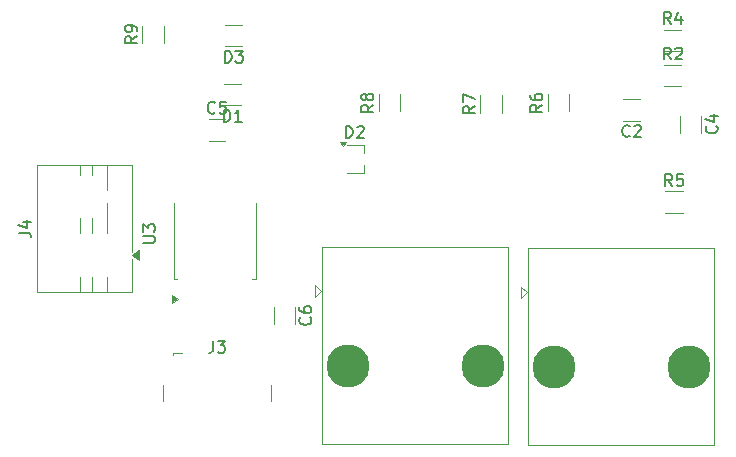
<source format=gbr>
%TF.GenerationSoftware,KiCad,Pcbnew,9.0.4*%
%TF.CreationDate,2025-09-12T08:49:21+02:00*%
%TF.ProjectId,inverter comms,696e7665-7274-4657-9220-636f6d6d732e,rev?*%
%TF.SameCoordinates,Original*%
%TF.FileFunction,Legend,Top*%
%TF.FilePolarity,Positive*%
%FSLAX46Y46*%
G04 Gerber Fmt 4.6, Leading zero omitted, Abs format (unit mm)*
G04 Created by KiCad (PCBNEW 9.0.4) date 2025-09-12 08:49:21*
%MOMM*%
%LPD*%
G01*
G04 APERTURE LIST*
%ADD10C,0.150000*%
%ADD11C,0.120000*%
%ADD12C,3.650000*%
G04 APERTURE END LIST*
D10*
X157533333Y-68024819D02*
X157200000Y-67548628D01*
X156961905Y-68024819D02*
X156961905Y-67024819D01*
X156961905Y-67024819D02*
X157342857Y-67024819D01*
X157342857Y-67024819D02*
X157438095Y-67072438D01*
X157438095Y-67072438D02*
X157485714Y-67120057D01*
X157485714Y-67120057D02*
X157533333Y-67215295D01*
X157533333Y-67215295D02*
X157533333Y-67358152D01*
X157533333Y-67358152D02*
X157485714Y-67453390D01*
X157485714Y-67453390D02*
X157438095Y-67501009D01*
X157438095Y-67501009D02*
X157342857Y-67548628D01*
X157342857Y-67548628D02*
X156961905Y-67548628D01*
X158390476Y-67358152D02*
X158390476Y-68024819D01*
X158152381Y-66977200D02*
X157914286Y-67691485D01*
X157914286Y-67691485D02*
X158533333Y-67691485D01*
X102334819Y-85683333D02*
X103049104Y-85683333D01*
X103049104Y-85683333D02*
X103191961Y-85730952D01*
X103191961Y-85730952D02*
X103287200Y-85826190D01*
X103287200Y-85826190D02*
X103334819Y-85969047D01*
X103334819Y-85969047D02*
X103334819Y-86064285D01*
X102668152Y-84778571D02*
X103334819Y-84778571D01*
X102287200Y-85016666D02*
X103001485Y-85254761D01*
X103001485Y-85254761D02*
X103001485Y-84635714D01*
X118933333Y-75509580D02*
X118885714Y-75557200D01*
X118885714Y-75557200D02*
X118742857Y-75604819D01*
X118742857Y-75604819D02*
X118647619Y-75604819D01*
X118647619Y-75604819D02*
X118504762Y-75557200D01*
X118504762Y-75557200D02*
X118409524Y-75461961D01*
X118409524Y-75461961D02*
X118361905Y-75366723D01*
X118361905Y-75366723D02*
X118314286Y-75176247D01*
X118314286Y-75176247D02*
X118314286Y-75033390D01*
X118314286Y-75033390D02*
X118361905Y-74842914D01*
X118361905Y-74842914D02*
X118409524Y-74747676D01*
X118409524Y-74747676D02*
X118504762Y-74652438D01*
X118504762Y-74652438D02*
X118647619Y-74604819D01*
X118647619Y-74604819D02*
X118742857Y-74604819D01*
X118742857Y-74604819D02*
X118885714Y-74652438D01*
X118885714Y-74652438D02*
X118933333Y-74700057D01*
X119838095Y-74604819D02*
X119361905Y-74604819D01*
X119361905Y-74604819D02*
X119314286Y-75081009D01*
X119314286Y-75081009D02*
X119361905Y-75033390D01*
X119361905Y-75033390D02*
X119457143Y-74985771D01*
X119457143Y-74985771D02*
X119695238Y-74985771D01*
X119695238Y-74985771D02*
X119790476Y-75033390D01*
X119790476Y-75033390D02*
X119838095Y-75081009D01*
X119838095Y-75081009D02*
X119885714Y-75176247D01*
X119885714Y-75176247D02*
X119885714Y-75414342D01*
X119885714Y-75414342D02*
X119838095Y-75509580D01*
X119838095Y-75509580D02*
X119790476Y-75557200D01*
X119790476Y-75557200D02*
X119695238Y-75604819D01*
X119695238Y-75604819D02*
X119457143Y-75604819D01*
X119457143Y-75604819D02*
X119361905Y-75557200D01*
X119361905Y-75557200D02*
X119314286Y-75509580D01*
X130011905Y-77654819D02*
X130011905Y-76654819D01*
X130011905Y-76654819D02*
X130250000Y-76654819D01*
X130250000Y-76654819D02*
X130392857Y-76702438D01*
X130392857Y-76702438D02*
X130488095Y-76797676D01*
X130488095Y-76797676D02*
X130535714Y-76892914D01*
X130535714Y-76892914D02*
X130583333Y-77083390D01*
X130583333Y-77083390D02*
X130583333Y-77226247D01*
X130583333Y-77226247D02*
X130535714Y-77416723D01*
X130535714Y-77416723D02*
X130488095Y-77511961D01*
X130488095Y-77511961D02*
X130392857Y-77607200D01*
X130392857Y-77607200D02*
X130250000Y-77654819D01*
X130250000Y-77654819D02*
X130011905Y-77654819D01*
X130964286Y-76750057D02*
X131011905Y-76702438D01*
X131011905Y-76702438D02*
X131107143Y-76654819D01*
X131107143Y-76654819D02*
X131345238Y-76654819D01*
X131345238Y-76654819D02*
X131440476Y-76702438D01*
X131440476Y-76702438D02*
X131488095Y-76750057D01*
X131488095Y-76750057D02*
X131535714Y-76845295D01*
X131535714Y-76845295D02*
X131535714Y-76940533D01*
X131535714Y-76940533D02*
X131488095Y-77083390D01*
X131488095Y-77083390D02*
X130916667Y-77654819D01*
X130916667Y-77654819D02*
X131535714Y-77654819D01*
X118771666Y-94849819D02*
X118771666Y-95564104D01*
X118771666Y-95564104D02*
X118724047Y-95706961D01*
X118724047Y-95706961D02*
X118628809Y-95802200D01*
X118628809Y-95802200D02*
X118485952Y-95849819D01*
X118485952Y-95849819D02*
X118390714Y-95849819D01*
X119152619Y-94849819D02*
X119771666Y-94849819D01*
X119771666Y-94849819D02*
X119438333Y-95230771D01*
X119438333Y-95230771D02*
X119581190Y-95230771D01*
X119581190Y-95230771D02*
X119676428Y-95278390D01*
X119676428Y-95278390D02*
X119724047Y-95326009D01*
X119724047Y-95326009D02*
X119771666Y-95421247D01*
X119771666Y-95421247D02*
X119771666Y-95659342D01*
X119771666Y-95659342D02*
X119724047Y-95754580D01*
X119724047Y-95754580D02*
X119676428Y-95802200D01*
X119676428Y-95802200D02*
X119581190Y-95849819D01*
X119581190Y-95849819D02*
X119295476Y-95849819D01*
X119295476Y-95849819D02*
X119200238Y-95802200D01*
X119200238Y-95802200D02*
X119152619Y-95754580D01*
X112854819Y-86561904D02*
X113664342Y-86561904D01*
X113664342Y-86561904D02*
X113759580Y-86514285D01*
X113759580Y-86514285D02*
X113807200Y-86466666D01*
X113807200Y-86466666D02*
X113854819Y-86371428D01*
X113854819Y-86371428D02*
X113854819Y-86180952D01*
X113854819Y-86180952D02*
X113807200Y-86085714D01*
X113807200Y-86085714D02*
X113759580Y-86038095D01*
X113759580Y-86038095D02*
X113664342Y-85990476D01*
X113664342Y-85990476D02*
X112854819Y-85990476D01*
X112854819Y-85609523D02*
X112854819Y-84990476D01*
X112854819Y-84990476D02*
X113235771Y-85323809D01*
X113235771Y-85323809D02*
X113235771Y-85180952D01*
X113235771Y-85180952D02*
X113283390Y-85085714D01*
X113283390Y-85085714D02*
X113331009Y-85038095D01*
X113331009Y-85038095D02*
X113426247Y-84990476D01*
X113426247Y-84990476D02*
X113664342Y-84990476D01*
X113664342Y-84990476D02*
X113759580Y-85038095D01*
X113759580Y-85038095D02*
X113807200Y-85085714D01*
X113807200Y-85085714D02*
X113854819Y-85180952D01*
X113854819Y-85180952D02*
X113854819Y-85466666D01*
X113854819Y-85466666D02*
X113807200Y-85561904D01*
X113807200Y-85561904D02*
X113759580Y-85609523D01*
X161389580Y-76666666D02*
X161437200Y-76714285D01*
X161437200Y-76714285D02*
X161484819Y-76857142D01*
X161484819Y-76857142D02*
X161484819Y-76952380D01*
X161484819Y-76952380D02*
X161437200Y-77095237D01*
X161437200Y-77095237D02*
X161341961Y-77190475D01*
X161341961Y-77190475D02*
X161246723Y-77238094D01*
X161246723Y-77238094D02*
X161056247Y-77285713D01*
X161056247Y-77285713D02*
X160913390Y-77285713D01*
X160913390Y-77285713D02*
X160722914Y-77238094D01*
X160722914Y-77238094D02*
X160627676Y-77190475D01*
X160627676Y-77190475D02*
X160532438Y-77095237D01*
X160532438Y-77095237D02*
X160484819Y-76952380D01*
X160484819Y-76952380D02*
X160484819Y-76857142D01*
X160484819Y-76857142D02*
X160532438Y-76714285D01*
X160532438Y-76714285D02*
X160580057Y-76666666D01*
X160818152Y-75809523D02*
X161484819Y-75809523D01*
X160437200Y-76047618D02*
X161151485Y-76285713D01*
X161151485Y-76285713D02*
X161151485Y-75666666D01*
X132324819Y-74866666D02*
X131848628Y-75199999D01*
X132324819Y-75438094D02*
X131324819Y-75438094D01*
X131324819Y-75438094D02*
X131324819Y-75057142D01*
X131324819Y-75057142D02*
X131372438Y-74961904D01*
X131372438Y-74961904D02*
X131420057Y-74914285D01*
X131420057Y-74914285D02*
X131515295Y-74866666D01*
X131515295Y-74866666D02*
X131658152Y-74866666D01*
X131658152Y-74866666D02*
X131753390Y-74914285D01*
X131753390Y-74914285D02*
X131801009Y-74961904D01*
X131801009Y-74961904D02*
X131848628Y-75057142D01*
X131848628Y-75057142D02*
X131848628Y-75438094D01*
X131753390Y-74295237D02*
X131705771Y-74390475D01*
X131705771Y-74390475D02*
X131658152Y-74438094D01*
X131658152Y-74438094D02*
X131562914Y-74485713D01*
X131562914Y-74485713D02*
X131515295Y-74485713D01*
X131515295Y-74485713D02*
X131420057Y-74438094D01*
X131420057Y-74438094D02*
X131372438Y-74390475D01*
X131372438Y-74390475D02*
X131324819Y-74295237D01*
X131324819Y-74295237D02*
X131324819Y-74104761D01*
X131324819Y-74104761D02*
X131372438Y-74009523D01*
X131372438Y-74009523D02*
X131420057Y-73961904D01*
X131420057Y-73961904D02*
X131515295Y-73914285D01*
X131515295Y-73914285D02*
X131562914Y-73914285D01*
X131562914Y-73914285D02*
X131658152Y-73961904D01*
X131658152Y-73961904D02*
X131705771Y-74009523D01*
X131705771Y-74009523D02*
X131753390Y-74104761D01*
X131753390Y-74104761D02*
X131753390Y-74295237D01*
X131753390Y-74295237D02*
X131801009Y-74390475D01*
X131801009Y-74390475D02*
X131848628Y-74438094D01*
X131848628Y-74438094D02*
X131943866Y-74485713D01*
X131943866Y-74485713D02*
X132134342Y-74485713D01*
X132134342Y-74485713D02*
X132229580Y-74438094D01*
X132229580Y-74438094D02*
X132277200Y-74390475D01*
X132277200Y-74390475D02*
X132324819Y-74295237D01*
X132324819Y-74295237D02*
X132324819Y-74104761D01*
X132324819Y-74104761D02*
X132277200Y-74009523D01*
X132277200Y-74009523D02*
X132229580Y-73961904D01*
X132229580Y-73961904D02*
X132134342Y-73914285D01*
X132134342Y-73914285D02*
X131943866Y-73914285D01*
X131943866Y-73914285D02*
X131848628Y-73961904D01*
X131848628Y-73961904D02*
X131801009Y-74009523D01*
X131801009Y-74009523D02*
X131753390Y-74104761D01*
X154033333Y-77489580D02*
X153985714Y-77537200D01*
X153985714Y-77537200D02*
X153842857Y-77584819D01*
X153842857Y-77584819D02*
X153747619Y-77584819D01*
X153747619Y-77584819D02*
X153604762Y-77537200D01*
X153604762Y-77537200D02*
X153509524Y-77441961D01*
X153509524Y-77441961D02*
X153461905Y-77346723D01*
X153461905Y-77346723D02*
X153414286Y-77156247D01*
X153414286Y-77156247D02*
X153414286Y-77013390D01*
X153414286Y-77013390D02*
X153461905Y-76822914D01*
X153461905Y-76822914D02*
X153509524Y-76727676D01*
X153509524Y-76727676D02*
X153604762Y-76632438D01*
X153604762Y-76632438D02*
X153747619Y-76584819D01*
X153747619Y-76584819D02*
X153842857Y-76584819D01*
X153842857Y-76584819D02*
X153985714Y-76632438D01*
X153985714Y-76632438D02*
X154033333Y-76680057D01*
X154414286Y-76680057D02*
X154461905Y-76632438D01*
X154461905Y-76632438D02*
X154557143Y-76584819D01*
X154557143Y-76584819D02*
X154795238Y-76584819D01*
X154795238Y-76584819D02*
X154890476Y-76632438D01*
X154890476Y-76632438D02*
X154938095Y-76680057D01*
X154938095Y-76680057D02*
X154985714Y-76775295D01*
X154985714Y-76775295D02*
X154985714Y-76870533D01*
X154985714Y-76870533D02*
X154938095Y-77013390D01*
X154938095Y-77013390D02*
X154366667Y-77584819D01*
X154366667Y-77584819D02*
X154985714Y-77584819D01*
X146624819Y-74866666D02*
X146148628Y-75199999D01*
X146624819Y-75438094D02*
X145624819Y-75438094D01*
X145624819Y-75438094D02*
X145624819Y-75057142D01*
X145624819Y-75057142D02*
X145672438Y-74961904D01*
X145672438Y-74961904D02*
X145720057Y-74914285D01*
X145720057Y-74914285D02*
X145815295Y-74866666D01*
X145815295Y-74866666D02*
X145958152Y-74866666D01*
X145958152Y-74866666D02*
X146053390Y-74914285D01*
X146053390Y-74914285D02*
X146101009Y-74961904D01*
X146101009Y-74961904D02*
X146148628Y-75057142D01*
X146148628Y-75057142D02*
X146148628Y-75438094D01*
X145624819Y-74009523D02*
X145624819Y-74199999D01*
X145624819Y-74199999D02*
X145672438Y-74295237D01*
X145672438Y-74295237D02*
X145720057Y-74342856D01*
X145720057Y-74342856D02*
X145862914Y-74438094D01*
X145862914Y-74438094D02*
X146053390Y-74485713D01*
X146053390Y-74485713D02*
X146434342Y-74485713D01*
X146434342Y-74485713D02*
X146529580Y-74438094D01*
X146529580Y-74438094D02*
X146577200Y-74390475D01*
X146577200Y-74390475D02*
X146624819Y-74295237D01*
X146624819Y-74295237D02*
X146624819Y-74104761D01*
X146624819Y-74104761D02*
X146577200Y-74009523D01*
X146577200Y-74009523D02*
X146529580Y-73961904D01*
X146529580Y-73961904D02*
X146434342Y-73914285D01*
X146434342Y-73914285D02*
X146196247Y-73914285D01*
X146196247Y-73914285D02*
X146101009Y-73961904D01*
X146101009Y-73961904D02*
X146053390Y-74009523D01*
X146053390Y-74009523D02*
X146005771Y-74104761D01*
X146005771Y-74104761D02*
X146005771Y-74295237D01*
X146005771Y-74295237D02*
X146053390Y-74390475D01*
X146053390Y-74390475D02*
X146101009Y-74438094D01*
X146101009Y-74438094D02*
X146196247Y-74485713D01*
X119761905Y-71284819D02*
X119761905Y-70284819D01*
X119761905Y-70284819D02*
X120000000Y-70284819D01*
X120000000Y-70284819D02*
X120142857Y-70332438D01*
X120142857Y-70332438D02*
X120238095Y-70427676D01*
X120238095Y-70427676D02*
X120285714Y-70522914D01*
X120285714Y-70522914D02*
X120333333Y-70713390D01*
X120333333Y-70713390D02*
X120333333Y-70856247D01*
X120333333Y-70856247D02*
X120285714Y-71046723D01*
X120285714Y-71046723D02*
X120238095Y-71141961D01*
X120238095Y-71141961D02*
X120142857Y-71237200D01*
X120142857Y-71237200D02*
X120000000Y-71284819D01*
X120000000Y-71284819D02*
X119761905Y-71284819D01*
X120666667Y-70284819D02*
X121285714Y-70284819D01*
X121285714Y-70284819D02*
X120952381Y-70665771D01*
X120952381Y-70665771D02*
X121095238Y-70665771D01*
X121095238Y-70665771D02*
X121190476Y-70713390D01*
X121190476Y-70713390D02*
X121238095Y-70761009D01*
X121238095Y-70761009D02*
X121285714Y-70856247D01*
X121285714Y-70856247D02*
X121285714Y-71094342D01*
X121285714Y-71094342D02*
X121238095Y-71189580D01*
X121238095Y-71189580D02*
X121190476Y-71237200D01*
X121190476Y-71237200D02*
X121095238Y-71284819D01*
X121095238Y-71284819D02*
X120809524Y-71284819D01*
X120809524Y-71284819D02*
X120714286Y-71237200D01*
X120714286Y-71237200D02*
X120666667Y-71189580D01*
X157633333Y-81724819D02*
X157300000Y-81248628D01*
X157061905Y-81724819D02*
X157061905Y-80724819D01*
X157061905Y-80724819D02*
X157442857Y-80724819D01*
X157442857Y-80724819D02*
X157538095Y-80772438D01*
X157538095Y-80772438D02*
X157585714Y-80820057D01*
X157585714Y-80820057D02*
X157633333Y-80915295D01*
X157633333Y-80915295D02*
X157633333Y-81058152D01*
X157633333Y-81058152D02*
X157585714Y-81153390D01*
X157585714Y-81153390D02*
X157538095Y-81201009D01*
X157538095Y-81201009D02*
X157442857Y-81248628D01*
X157442857Y-81248628D02*
X157061905Y-81248628D01*
X158538095Y-80724819D02*
X158061905Y-80724819D01*
X158061905Y-80724819D02*
X158014286Y-81201009D01*
X158014286Y-81201009D02*
X158061905Y-81153390D01*
X158061905Y-81153390D02*
X158157143Y-81105771D01*
X158157143Y-81105771D02*
X158395238Y-81105771D01*
X158395238Y-81105771D02*
X158490476Y-81153390D01*
X158490476Y-81153390D02*
X158538095Y-81201009D01*
X158538095Y-81201009D02*
X158585714Y-81296247D01*
X158585714Y-81296247D02*
X158585714Y-81534342D01*
X158585714Y-81534342D02*
X158538095Y-81629580D01*
X158538095Y-81629580D02*
X158490476Y-81677200D01*
X158490476Y-81677200D02*
X158395238Y-81724819D01*
X158395238Y-81724819D02*
X158157143Y-81724819D01*
X158157143Y-81724819D02*
X158061905Y-81677200D01*
X158061905Y-81677200D02*
X158014286Y-81629580D01*
X119661905Y-76284819D02*
X119661905Y-75284819D01*
X119661905Y-75284819D02*
X119900000Y-75284819D01*
X119900000Y-75284819D02*
X120042857Y-75332438D01*
X120042857Y-75332438D02*
X120138095Y-75427676D01*
X120138095Y-75427676D02*
X120185714Y-75522914D01*
X120185714Y-75522914D02*
X120233333Y-75713390D01*
X120233333Y-75713390D02*
X120233333Y-75856247D01*
X120233333Y-75856247D02*
X120185714Y-76046723D01*
X120185714Y-76046723D02*
X120138095Y-76141961D01*
X120138095Y-76141961D02*
X120042857Y-76237200D01*
X120042857Y-76237200D02*
X119900000Y-76284819D01*
X119900000Y-76284819D02*
X119661905Y-76284819D01*
X121185714Y-76284819D02*
X120614286Y-76284819D01*
X120900000Y-76284819D02*
X120900000Y-75284819D01*
X120900000Y-75284819D02*
X120804762Y-75427676D01*
X120804762Y-75427676D02*
X120709524Y-75522914D01*
X120709524Y-75522914D02*
X120614286Y-75570533D01*
X140924819Y-74966666D02*
X140448628Y-75299999D01*
X140924819Y-75538094D02*
X139924819Y-75538094D01*
X139924819Y-75538094D02*
X139924819Y-75157142D01*
X139924819Y-75157142D02*
X139972438Y-75061904D01*
X139972438Y-75061904D02*
X140020057Y-75014285D01*
X140020057Y-75014285D02*
X140115295Y-74966666D01*
X140115295Y-74966666D02*
X140258152Y-74966666D01*
X140258152Y-74966666D02*
X140353390Y-75014285D01*
X140353390Y-75014285D02*
X140401009Y-75061904D01*
X140401009Y-75061904D02*
X140448628Y-75157142D01*
X140448628Y-75157142D02*
X140448628Y-75538094D01*
X139924819Y-74633332D02*
X139924819Y-73966666D01*
X139924819Y-73966666D02*
X140924819Y-74395237D01*
X126989580Y-92866666D02*
X127037200Y-92914285D01*
X127037200Y-92914285D02*
X127084819Y-93057142D01*
X127084819Y-93057142D02*
X127084819Y-93152380D01*
X127084819Y-93152380D02*
X127037200Y-93295237D01*
X127037200Y-93295237D02*
X126941961Y-93390475D01*
X126941961Y-93390475D02*
X126846723Y-93438094D01*
X126846723Y-93438094D02*
X126656247Y-93485713D01*
X126656247Y-93485713D02*
X126513390Y-93485713D01*
X126513390Y-93485713D02*
X126322914Y-93438094D01*
X126322914Y-93438094D02*
X126227676Y-93390475D01*
X126227676Y-93390475D02*
X126132438Y-93295237D01*
X126132438Y-93295237D02*
X126084819Y-93152380D01*
X126084819Y-93152380D02*
X126084819Y-93057142D01*
X126084819Y-93057142D02*
X126132438Y-92914285D01*
X126132438Y-92914285D02*
X126180057Y-92866666D01*
X126084819Y-92009523D02*
X126084819Y-92199999D01*
X126084819Y-92199999D02*
X126132438Y-92295237D01*
X126132438Y-92295237D02*
X126180057Y-92342856D01*
X126180057Y-92342856D02*
X126322914Y-92438094D01*
X126322914Y-92438094D02*
X126513390Y-92485713D01*
X126513390Y-92485713D02*
X126894342Y-92485713D01*
X126894342Y-92485713D02*
X126989580Y-92438094D01*
X126989580Y-92438094D02*
X127037200Y-92390475D01*
X127037200Y-92390475D02*
X127084819Y-92295237D01*
X127084819Y-92295237D02*
X127084819Y-92104761D01*
X127084819Y-92104761D02*
X127037200Y-92009523D01*
X127037200Y-92009523D02*
X126989580Y-91961904D01*
X126989580Y-91961904D02*
X126894342Y-91914285D01*
X126894342Y-91914285D02*
X126656247Y-91914285D01*
X126656247Y-91914285D02*
X126561009Y-91961904D01*
X126561009Y-91961904D02*
X126513390Y-92009523D01*
X126513390Y-92009523D02*
X126465771Y-92104761D01*
X126465771Y-92104761D02*
X126465771Y-92295237D01*
X126465771Y-92295237D02*
X126513390Y-92390475D01*
X126513390Y-92390475D02*
X126561009Y-92438094D01*
X126561009Y-92438094D02*
X126656247Y-92485713D01*
X112324819Y-69066666D02*
X111848628Y-69399999D01*
X112324819Y-69638094D02*
X111324819Y-69638094D01*
X111324819Y-69638094D02*
X111324819Y-69257142D01*
X111324819Y-69257142D02*
X111372438Y-69161904D01*
X111372438Y-69161904D02*
X111420057Y-69114285D01*
X111420057Y-69114285D02*
X111515295Y-69066666D01*
X111515295Y-69066666D02*
X111658152Y-69066666D01*
X111658152Y-69066666D02*
X111753390Y-69114285D01*
X111753390Y-69114285D02*
X111801009Y-69161904D01*
X111801009Y-69161904D02*
X111848628Y-69257142D01*
X111848628Y-69257142D02*
X111848628Y-69638094D01*
X112324819Y-68590475D02*
X112324819Y-68399999D01*
X112324819Y-68399999D02*
X112277200Y-68304761D01*
X112277200Y-68304761D02*
X112229580Y-68257142D01*
X112229580Y-68257142D02*
X112086723Y-68161904D01*
X112086723Y-68161904D02*
X111896247Y-68114285D01*
X111896247Y-68114285D02*
X111515295Y-68114285D01*
X111515295Y-68114285D02*
X111420057Y-68161904D01*
X111420057Y-68161904D02*
X111372438Y-68209523D01*
X111372438Y-68209523D02*
X111324819Y-68304761D01*
X111324819Y-68304761D02*
X111324819Y-68495237D01*
X111324819Y-68495237D02*
X111372438Y-68590475D01*
X111372438Y-68590475D02*
X111420057Y-68638094D01*
X111420057Y-68638094D02*
X111515295Y-68685713D01*
X111515295Y-68685713D02*
X111753390Y-68685713D01*
X111753390Y-68685713D02*
X111848628Y-68638094D01*
X111848628Y-68638094D02*
X111896247Y-68590475D01*
X111896247Y-68590475D02*
X111943866Y-68495237D01*
X111943866Y-68495237D02*
X111943866Y-68304761D01*
X111943866Y-68304761D02*
X111896247Y-68209523D01*
X111896247Y-68209523D02*
X111848628Y-68161904D01*
X111848628Y-68161904D02*
X111753390Y-68114285D01*
X157533333Y-71024819D02*
X157200000Y-70548628D01*
X156961905Y-71024819D02*
X156961905Y-70024819D01*
X156961905Y-70024819D02*
X157342857Y-70024819D01*
X157342857Y-70024819D02*
X157438095Y-70072438D01*
X157438095Y-70072438D02*
X157485714Y-70120057D01*
X157485714Y-70120057D02*
X157533333Y-70215295D01*
X157533333Y-70215295D02*
X157533333Y-70358152D01*
X157533333Y-70358152D02*
X157485714Y-70453390D01*
X157485714Y-70453390D02*
X157438095Y-70501009D01*
X157438095Y-70501009D02*
X157342857Y-70548628D01*
X157342857Y-70548628D02*
X156961905Y-70548628D01*
X157914286Y-70120057D02*
X157961905Y-70072438D01*
X157961905Y-70072438D02*
X158057143Y-70024819D01*
X158057143Y-70024819D02*
X158295238Y-70024819D01*
X158295238Y-70024819D02*
X158390476Y-70072438D01*
X158390476Y-70072438D02*
X158438095Y-70120057D01*
X158438095Y-70120057D02*
X158485714Y-70215295D01*
X158485714Y-70215295D02*
X158485714Y-70310533D01*
X158485714Y-70310533D02*
X158438095Y-70453390D01*
X158438095Y-70453390D02*
X157866667Y-71024819D01*
X157866667Y-71024819D02*
X158485714Y-71024819D01*
D11*
%TO.C,J1*%
X144870000Y-90250000D02*
X144870000Y-91250000D01*
X144870000Y-91250000D02*
X145370000Y-90750000D01*
X145370000Y-90750000D02*
X144870000Y-90250000D01*
X145450000Y-86960000D02*
X145450000Y-103700000D01*
X161170000Y-86960000D02*
X145450000Y-86960000D01*
X161180000Y-86960000D02*
X161180000Y-103700000D01*
X161180000Y-103700000D02*
X145450000Y-103700000D01*
%TO.C,R4*%
X156972936Y-68490000D02*
X158427064Y-68490000D01*
X156972936Y-70310000D02*
X158427064Y-70310000D01*
%TO.C,J4*%
X103880000Y-79980000D02*
X111920000Y-79980000D01*
X103880000Y-90720000D02*
X103880000Y-79980000D01*
X107500000Y-80788000D02*
X107500000Y-79980000D01*
X107500000Y-85720000D02*
X107500000Y-84412000D01*
X107500000Y-90720000D02*
X107500000Y-89480000D01*
X108500000Y-80788000D02*
X108500000Y-79980000D01*
X108500000Y-85720000D02*
X108500000Y-84412000D01*
X108500000Y-90720000D02*
X108500000Y-89480000D01*
X109800000Y-82057000D02*
X109800000Y-79980000D01*
X109800000Y-85720000D02*
X109800000Y-83143000D01*
X109800000Y-90720000D02*
X109800000Y-89480000D01*
X111920000Y-79980000D02*
X111920000Y-87300000D01*
X111920000Y-87900000D02*
X111920000Y-90720000D01*
X111920000Y-90720000D02*
X103880000Y-90720000D01*
X112530000Y-88040000D02*
X111920000Y-87600000D01*
X112530000Y-87160000D01*
X112530000Y-88040000D01*
G36*
X112530000Y-88040000D02*
G01*
X111920000Y-87600000D01*
X112530000Y-87160000D01*
X112530000Y-88040000D01*
G37*
%TO.C,C5*%
X118388748Y-76090000D02*
X119811252Y-76090000D01*
X118388748Y-77910000D02*
X119811252Y-77910000D01*
%TO.C,D2*%
X130120000Y-78290000D02*
X131530000Y-78290000D01*
X130120000Y-80610000D02*
X131530000Y-80610000D01*
X131530000Y-78290000D02*
X131530000Y-78950000D01*
X131530000Y-79950000D02*
X131530000Y-80610000D01*
X129750000Y-78310000D02*
X129510000Y-77980000D01*
X129990000Y-77980000D01*
X129750000Y-78310000D01*
G36*
X129750000Y-78310000D02*
G01*
X129510000Y-77980000D01*
X129990000Y-77980000D01*
X129750000Y-78310000D01*
G37*
%TO.C,J3*%
X114525000Y-99975000D02*
X114525000Y-98565000D01*
X115345000Y-95895000D02*
X115345000Y-96045000D01*
X116145000Y-95895000D02*
X115345000Y-95895000D01*
X123685000Y-99975000D02*
X123685000Y-98565000D01*
%TO.C,U3*%
X115475000Y-83175000D02*
X115475000Y-89595000D01*
X115475000Y-89595000D02*
X115745000Y-89595000D01*
X122375000Y-83175000D02*
X122375000Y-89595000D01*
X122375000Y-89595000D02*
X122105000Y-89595000D01*
X115785000Y-91325000D02*
X115315000Y-91665000D01*
X115315000Y-90985000D01*
X115785000Y-91325000D01*
G36*
X115785000Y-91325000D02*
G01*
X115315000Y-91665000D01*
X115315000Y-90985000D01*
X115785000Y-91325000D01*
G37*
%TO.C,C4*%
X158290000Y-75772936D02*
X158290000Y-77227064D01*
X160110000Y-75772936D02*
X160110000Y-77227064D01*
%TO.C,R8*%
X132790000Y-75427064D02*
X132790000Y-73972936D01*
X134610000Y-75427064D02*
X134610000Y-73972936D01*
%TO.C,C2*%
X154927064Y-74390000D02*
X153472936Y-74390000D01*
X154927064Y-76210000D02*
X153472936Y-76210000D01*
%TO.C,R6*%
X147090000Y-75427064D02*
X147090000Y-73972936D01*
X148910000Y-75427064D02*
X148910000Y-73972936D01*
%TO.C,D3*%
X121227064Y-68090000D02*
X119772936Y-68090000D01*
X121227064Y-69910000D02*
X119772936Y-69910000D01*
%TO.C,J2*%
X127440000Y-90150000D02*
X127440000Y-91150000D01*
X127440000Y-91150000D02*
X127940000Y-90650000D01*
X127940000Y-90650000D02*
X127440000Y-90150000D01*
X128020000Y-86860000D02*
X128020000Y-103600000D01*
X143740000Y-86860000D02*
X128020000Y-86860000D01*
X143750000Y-86860000D02*
X143750000Y-103600000D01*
X143750000Y-103600000D02*
X128020000Y-103600000D01*
%TO.C,R5*%
X157072936Y-82190000D02*
X158527064Y-82190000D01*
X157072936Y-84010000D02*
X158527064Y-84010000D01*
%TO.C,D1*%
X121127064Y-73090000D02*
X119672936Y-73090000D01*
X121127064Y-74910000D02*
X119672936Y-74910000D01*
%TO.C,R7*%
X141390000Y-75527064D02*
X141390000Y-74072936D01*
X143210000Y-75527064D02*
X143210000Y-74072936D01*
%TO.C,C6*%
X123890000Y-91972936D02*
X123890000Y-93427064D01*
X125710000Y-91972936D02*
X125710000Y-93427064D01*
%TO.C,R9*%
X112790000Y-69627064D02*
X112790000Y-68172936D01*
X114610000Y-69627064D02*
X114610000Y-68172936D01*
%TO.C,R2*%
X156972936Y-71490000D02*
X158427064Y-71490000D01*
X156972936Y-73310000D02*
X158427064Y-73310000D01*
%TD*%
D12*
%TO.C,J1*%
X147600000Y-97100000D03*
X159030000Y-97100000D03*
%TD*%
%TO.C,J2*%
X130170000Y-97000000D03*
X141600000Y-97000000D03*
%TD*%
M02*

</source>
